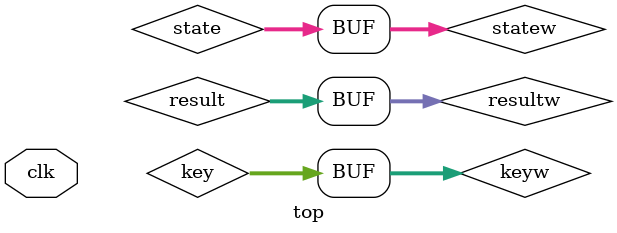
<source format=v>
`include "bufferin.v"
`include "bufferout.v"
module top(
  input         clk);
  reg [63:0]  state;
  reg [63:0]  key;
  reg [63:0] result;
  
  wire [63:0] statew;
  wire [63:0] keyw;
  wire [63:0] resultw;

  wire [127:0] statebi;
  wire [127:0] keybi;
  wire [127:0] out;
  
  always @(posedge clk)
  begin
    state <= 64'd0;
    key <= 64'd0;
  end
    
  
  assign statew = state;
  assign keyw = key;
  assign resultw = result;

  bufferin bi(.clk(clk)
    ,.statein(statew)
    ,.keyin(keyw)
    ,.stateout(statebi)
    ,.keyout(keybi));

  aes_128 a(.clk(clk)
    ,.state(statebi)
    ,.key(keybi)
    ,.out(out));

  bufferout bo(.clk(clk)
    ,.resultin(out)
    ,.resultout(resultw));

endmodule


</source>
